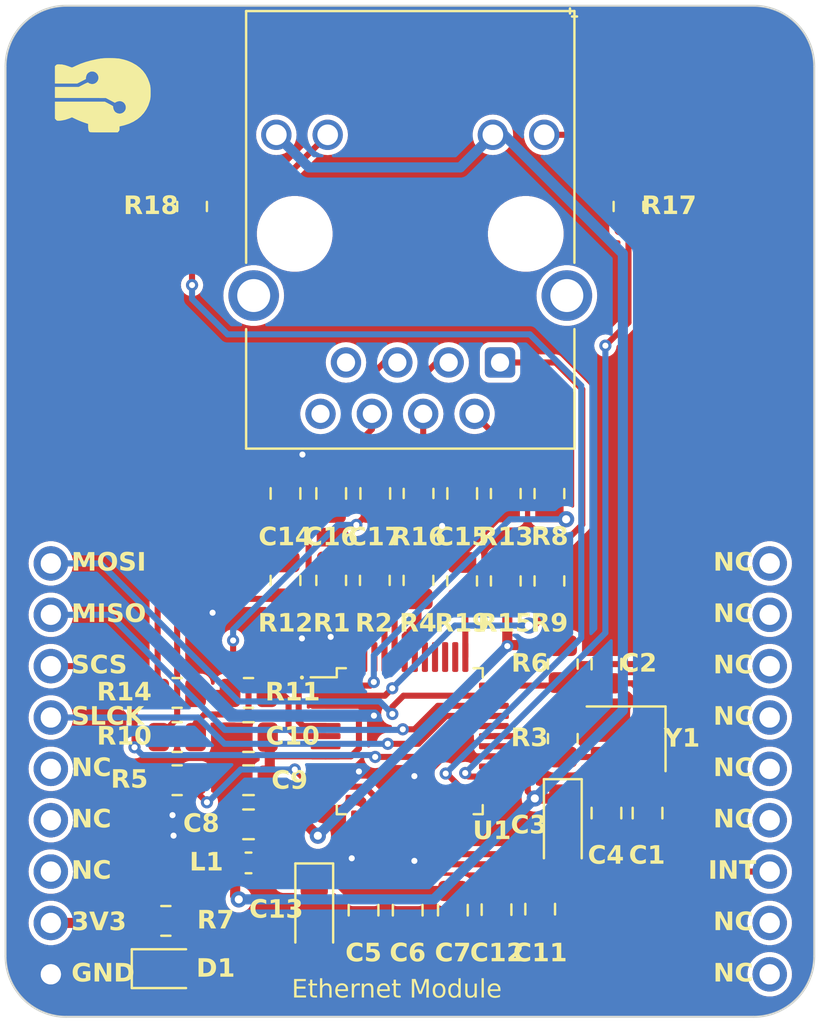
<source format=kicad_pcb>
(kicad_pcb (version 20240108) (generator "pcbnew") (generator_version "8.0")
  (layers (0 "F.Cu" signal) (31 "B.Cu" signal) (34 "B.Paste" user) (35 "F.Paste" user) (36 "B.SilkS" user "B.Silkscreen") (37 "F.SilkS" user "F.Silkscreen") (38 "B.Mask" user) (39 "F.Mask" user) (44 "Edge.Cuts" user))
  (net 0 "")
  (net 1 "GND")
  (net 2 "Net-(U1-XI{slash}CLKIN)")
  (net 3 "Net-(U1-XO)")
  (net 4 "+3V3")
  (net 5 "+3.3VA")
  (net 6 "Net-(U1-1V2O)")
  (net 7 "Net-(U1-TOCAP)")
  (net 8 "RJ5")
  (net 9 "Net-(C15-Pad2)")
  (net 10 "Net-(C16-Pad1)")
  (net 11 "Net-(C16-Pad2)")
  (net 12 "Net-(C17-Pad1)")
  (net 13 "RJ1")
  (net 14 "RJ2")
  (net 17 "Net-(J1-Pad9)")
  (net 18 "Net-(J1-Pad11)")
  (net 19 "Net-(U1-PMODE0)")
  (net 20 "Net-(U1-PMODE1)")
  (net 21 "Net-(U1-PMODE2)")
  (net 22 "Net-(U1-EXRES1)")
  (net 23 "INT")
  (net 24 "Net-(U1-TXN)")
  (net 25 "Net-(U1-TXP)")
  (net 26 "Net-(U1-RXN)")
  (net 27 "Net-(U1-RXP)")
  (net 28 "ACTLED")
  (net 29 "LINKLED")
  (net 30 "RST")
  (net 37 "SCS")
  (net 38 "SLCK")
  (net 39 "MISO")
  (net 40 "MOSI")
  (net 48 "Net-(D1-A)")
  (net 49 "Net-(C17-Pad2)")
  (footprint "Capacitor_SMD:C_0805_2012Metric" (layer "F.Cu") (at 83.0072 85.677216 -90)
    (property "Reference" "C11")
    (property "Value" "4.7uF" (hide yes))
  )
  (footprint "Package_QFP:LQFP-48_7x7mm_P0.5mm" (layer "F.Cu") (at 76.5556 77.371416)
    (property "Reference" "U1")
    (property "Value" "W5500" (hide yes))
  )
  (footprint "Capacitor_SMD:C_0805_2012Metric" (layer "F.Cu") (at 86.2857 73.559516 -90)
    (property "Reference" "C2")
    (property "Value" "10pF" (hide yes))
  )
  (footprint "Capacitor_SMD:C_0805_2012Metric" (layer "F.Cu") (at 74.85 65.12 -90)
    (property "Reference" "C17")
    (property "Value" "6.8nF" (hide yes))
  )
  (footprint "Resistor_SMD:R_0805_2012Metric" (layer "F.Cu") (at 70.4088 69.4201 90)
    (property "Reference" "R12")
    (property "Value" "50R" (hide yes))
  )
  (footprint "Resistor_SMD:R_0805_2012Metric" (layer "F.Cu") (at 83.4644 65.1256 -90)
    (property "Reference" "R8")
    (property "Value" "33R" (hide yes))
  )
  (footprint "Resistor_SMD:R_0805_2012Metric" (layer "F.Cu") (at 74.8284 69.4182 -90)
    (property "Reference" "R2")
    (property "Value" "10K" (hide yes))
  )
  (footprint "Capacitor_SMD:C_0805_2012Metric" (layer "F.Cu") (at 68.58 81.4832 180)
    (property "Reference" "C8")
    (property "Value" "1uF" (hide yes))
  )
  (footprint "Resistor_SMD:R_0805_2012Metric" (layer "F.Cu") (at 64.4906 86.2584)
    (property "Reference" "R7")
    (property "Value" "470r")
  )
  (footprint "Capacitor_SMD:C_0805_2012Metric" (layer "F.Cu") (at 68.58 79.301816 180)
    (property "Reference" "C9")
    (property "Value" "1uF" (hide yes))
  )
  (footprint "Resistor_SMD:R_0805_2012Metric" (layer "F.Cu") (at 76.9874 69.4182 -90)
    (property "Reference" "R4")
    (property "Value" "10K" (hide yes))
  )
  (footprint "air_module:air__module" (layer "F.Cu") (at 77.761246 85.060478)
    (property "Reference" "U3" (hide yes))
    (property "Value" "~")
    (fp_line (start -21.19868 2.94132) (end -21.19868 -41.05868) (stroke (width 0.1)) (layer "Edge.Cuts"))
    (fp_line (start -18.19868 -44.05868) (end 15.80132 -44.05868) (stroke (width 0.1)) (layer "Edge.Cuts"))
    (fp_line (start 15.80132 5.94132) (end -18.19868 5.94132) (stroke (width 0.1)) (layer "Edge.Cuts"))
    (fp_line (start 18.80132 -41.05868) (end 18.80132 2.94132) (stroke (width 0.1)) (layer "Edge.Cuts"))
    (fp_arc (start -21.19868 -41.05868) (mid -20.32 -43.18) (end -18.19868 -44.05868) (stroke (width 0.1)) (layer "Edge.Cuts"))
    (fp_arc (start -18.19868 5.94132) (mid -20.32 5.06264) (end -21.19868 2.94132) (stroke (width 0.1)) (layer "Edge.Cuts"))
    (fp_arc (start 15.80132 -44.05868) (mid 17.922626 -43.179986) (end 18.80132 -41.05868) (stroke (width 0.1)) (layer "Edge.Cuts"))
    (fp_arc (start 18.80132 2.94132) (mid 17.92264 5.06264) (end 15.80132 5.94132) (stroke (width 0.1)) (layer "Edge.Cuts"))
  )
  (footprint "Capacitor_Tantalum_SMD:CP_EIA-3216-10_Kemet-I" (layer "F.Cu") (at 84.1267 81.560516 -90)
    (property "Reference" "C3")
    (property "Value" "10uF" (hide yes))
  )
  (footprint "Resistor_SMD:R_0805_2012Metric" (layer "F.Cu") (at 81.3054 65.1256 90)
    (property "Reference" "R13")
    (property "Value" "50R" (hide yes))
  )
  (footprint "Capacitor_SMD:C_0603_1608Metric" (layer "F.Cu") (at 68.58 83.391216 180)
    (property "Reference" "L1")
    (property "Value" "L_Ferrite" (hide yes))
  )
  (footprint "Capacitor_Tantalum_SMD:CP_EIA-3216-10_Kemet-I" (layer "F.Cu") (at 71.8312 85.728016 -90)
    (property "Reference" "C13")
    (property "Value" "10uF" (hide yes))
  )
  (footprint "Resistor_SMD:R_0805_2012Metric" (layer "F.Cu") (at 87.376 50.927 -90)
    (property "Reference" "R17")
    (property "Value" "2.2K" (hide yes))
  )
  (footprint "Capacitor_SMD:C_0805_2012Metric" (layer "F.Cu") (at 78.6892 85.728016 -90)
    (property "Reference" "C7")
    (property "Value" "1uF" (hide yes))
  )
  (footprint "Resistor_SMD:R_0805_2012Metric" (layer "F.Cu") (at 65.786 50.927 -90)
    (property "Reference" "R18")
    (property "Value" "2.2K" (hide yes))
  )
  (footprint "Resistor_SMD:R_0805_2012Metric" (layer "F.Cu") (at 84.1267 73.559516 -90)
    (property "Reference" "R6")
    (property "Value" "10K" (hide yes))
  )
  (footprint "LED_SMD:LED_0805_2012Metric" (layer "F.Cu") (at 64.4906 88.6206)
    (property "Reference" "D1")
    (property "Value" "LED")
  )
  (footprint "Capacitor_SMD:C_0805_2012Metric" (layer "F.Cu") (at 70.4088 65.12 -90)
    (property "Reference" "C14")
    (property "Value" "10nF" (hide yes))
  )
  (footprint "Resistor_SMD:R_0805_2012Metric" (layer "F.Cu") (at 81.3054 69.4455 90)
    (property "Reference" "R15")
    (property "Value" "50R" (hide yes))
  )
  (footprint "Resistor_SMD:R_0805_2012Metric" (layer "F.Cu") (at 79.1464 69.4455 -90)
    (property "Reference" "R19")
    (property "Value" "10K" (hide yes))
  )
  (footprint "Connector_RJ:RJ45_Hanrun_HR911105A" (layer "F.Cu") (at 81.021 58.6425 180)
    (property "Reference" "J1" (hide yes))
    (property "Value" "RJ45_LED" (hide yes))
  )
  (footprint "Resistor_SMD:R_0805_2012Metric" (layer "F.Cu") (at 65.0494 74.983816 180)
    (property "Reference" "R14")
    (property "Value" "50R" (hide yes))
  )
  (footprint "Capacitor_SMD:C_0805_2012Metric" (layer "F.Cu") (at 86.2857 80.925516 -90)
    (property "Reference" "C4")
    (property "Value" "100nF" (hide yes))
  )
  (footprint "Resistor_SMD:R_0805_2012Metric" (layer "F.Cu") (at 65.0494 79.301816 180)
    (property "Reference" "R5")
    (property "Value" "12.4K" (hide yes))
  )
  (footprint "Crystal:Crystal_SMD_EuroQuartz_MT-4Pin_3.2x2.5mm" (layer "F.Cu") (at 87.2587 77.253516 180)
    (property "Reference" "Y1")
    (property "Value" "Crystal_GND24" (hide yes))
  )
  (footprint "Resistor_SMD:R_0805_2012Metric" (layer "F.Cu") (at 76.9914 65.12 90)
    (property "Reference" "R16")
    (property "Value" "10R" (hide yes))
  )
  (footprint "Resistor_SMD:R_0805_2012Metric" (layer "F.Cu") (at 65.0494 77.168216)
    (property "Reference" "R10")
    (property "Value" "33R" (hide yes))
  )
  (footprint "Resistor_SMD:R_0805_2012Metric" (layer "F.Cu") (at 68.58 74.983816)
    (property "Reference" "R11")
    (property "Value" "33R" (hide yes))
  )
  (footprint "Capacitor_SMD:C_0805_2012Metric" (layer "F.Cu") (at 80.8482 85.702616 -90)
    (property "Reference" "C12")
    (property "Value" "10nF" (hide yes))
  )
  (footprint "Resistor_SMD:R_0805_2012Metric" (layer "F.Cu") (at 83.4644 69.4455 90)
    (property "Reference" "R9")
    (property "Value" "33R" (hide yes))
  )
  (footprint "Resistor_SMD:R_0805_2012Metric" (layer "F.Cu") (at 84.1267 77.242516 90)
    (property "Reference" "R3")
    (property "Value" "1M" (hide yes))
  )
  (footprint "Capacitor_SMD:C_0805_2012Metric" (layer "F.Cu") (at 88.3177 80.925516 90)
    (property "Reference" "C1")
    (property "Value" "10pF" (hide yes))
  )
  (footprint "Resistor_SMD:R_0805_2012Metric" (layer "F.Cu") (at 72.6694 69.4182 90)
    (property "Reference" "R1")
    (property "Value" "10K" (hide yes))
  )
  (footprint "Capacitor_SMD:C_0805_2012Metric" (layer "F.Cu") (at 72.67 65.12 -90)
    (property "Reference" "C16")
    (property "Value" "6.8nF" (hide yes))
  )
  (footprint "Capacitor_SMD:C_0805_2012Metric" (layer "F.Cu") (at 68.58 77.168216 180)
    (property "Reference" "C10")
    (property "Value" "1uF" (hide yes))
  )
  (footprint "Capacitor_SMD:C_0805_2012Metric" (layer "F.Cu") (at 74.2696 85.728016 -90)
    (property "Reference" "C5")
    (property "Value" "1uF" (hide yes))
  )
  (footprint "Capacitor_SMD:C_0805_2012Metric" (layer "F.Cu") (at 76.454 85.728016 -90)
    (property "Reference" "C6")
    (property "Value" "1uF" (hide yes))
  )
  (footprint "Capacitor_SMD:C_0805_2012Metric" (layer "F.Cu") (at 79.15 65.12 90)
    (property "Reference" "C15")
    (property "Value" "22nF" (hide yes))
  )
  (segment (start 76.7842 79.098616) (end 76.091693 79.098616) (width 0.3) (layer "F.Cu") (net 1))
  (segment (start 77.287361 79.098616) (end 78.264561 78.121416) (width 0.3) (layer "F.Cu") (net 1))
  (segment (start 86.1587 76.353516) (end 86.5587 76.353516) (width 0.3) (layer "F.Cu") (net 1))
  (segment (start 73.7924 78.621416) (end 72.3931 78.621416) (width 0.3) (layer "F.Cu") (net 1))
  (segment (start 75.3056 79.884709) (end 75.3056 81.533916) (width 0.3) (layer "F.Cu") (net 1))
  (segment (start 78.264561 78.121416) (end 80.7181 78.121416) (width 0.3) (layer "F.Cu") (net 1))
  (segment (start 86.5587 76.353516) (end 88.3587 78.153516) (width 0.3) (layer "F.Cu") (net 1))
  (segment (start 76.091693 79.098616) (end 75.3056 79.884709) (width 0.3) (layer "F.Cu") (net 1))
  (segment (start 76.8056 83.268216) (end 76.7842 83.289616) (width 0.3) (layer "F.Cu") (net 1))
  (segment (start 72.3931 75.621416) (end 74.580016 75.621416) (width 0.3) (layer "F.Cu") (net 1))
  (segment (start 72.9265 72.4947) (end 72.644 72.2122) (width 0.3) (layer "F.Cu") (net 1))
  (segment (start 74.3056 82.542416) (end 73.6854 83.162616) (width 0.3) (layer "F.Cu") (net 1))
  (segment (start 88.2343 78.153516) (end 88.3587 78.153516) (width 0.3) (layer "F.Cu") (net 1))
  (segment (start 74.580016 75.621416) (end 74.676 75.7174) (width 0.3) (layer "F.Cu") (net 1))
  (segment (start 73.8056 72.4947) (end 72.9265 72.4947) (width 0.3) (layer "F.Cu") (net 1))
  (segment (start 74.041 78.870016) (end 73.7924 78.621416) (width 0.3) (layer "F.Cu") (net 1))
  (segment (start 76.7842 79.098616) (end 77.287361 79.098616) (width 0.3) (layer "F.Cu") (net 1))
  (segment (start 74.3056 81.533916) (end 74.3056 82.542416) (width 0.3) (layer "F.Cu") (net 1))
  (segment (start 76.8056 81.533916) (end 76.8056 83.268216) (width 0.3) (layer "F.Cu") (net 1))
  (via (at 73.6854 83.162616) (size 0.6) (drill 0.3) (layers "F.Cu" "B.Cu") (net 1))
  (via (at 71.2216 72.2884) (size 0.6) (drill 0.3) (layers "F.Cu" "B.Cu") (net 1))
  (via (at 72.644 72.2122) (size 0.6) (drill 0.3) (layers "F.Cu" "B.Cu") (net 1))
  (via (at 71.247 63.1952) (size 0.6) (drill 0.3) (layers "F.Cu" "B.Cu") (net 1))
  (via (at 76.7842 79.098616) (size 0.6) (drill 0.3) (layers "F.Cu" "B.Cu") (net 1))
  (via (at 76.7842 83.289616) (size 0.6) (drill 0.3) (layers "F.Cu" "B.Cu") (net 1))
  (via (at 66.802 71.0184) (size 0.6) (drill 0.3) (layers "F.Cu" "B.Cu") (net 1))
  (via (at 64.8208 81.029016) (size 0.6) (drill 0.3) (layers "F.Cu" "B.Cu") (net 1))
  (via (at 78.1558 66.7258) (size 0.6) (drill 0.3) (layers "F.Cu" "B.Cu") (net 1))
  (via (at 74.783573 76.106989) (size 0.6) (drill 0.3) (layers "F.Cu" "B.Cu") (net 1))
  (via (at 64.8716 82.042) (size 0.6) (drill 0.3) (layers "F.Cu" "B.Cu") (net 1))
  (via (at 74.041 78.870016) (size 0.6) (drill 0.3) (layers "F.Cu" "B.Cu") (net 1))
  (segment (start 80.7181 77.621416) (end 82.7276 77.621416) (width 0.3) (layer "F.Cu") (net 2))
  (segment (start 83.2597 78.153516) (end 86.1587 78.153516) (width 0.3) (layer "F.Cu") (net 2))
  (segment (start 86.1587 78.153516) (end 87.9807 79.975516) (width 0.3) (layer "F.Cu") (net 2))
  (segment (start 87.9807 79.975516) (end 88.3177 79.975516) (width 0.3) (layer "F.Cu") (net 2))
  (segment (start 82.7276 77.621416) (end 83.2597 78.153516) (width 0.3) (layer "F.Cu") (net 2))
  (segment (start 88.3587 76.353516) (end 88.3587 75.3031) (width 0.3) (layer "F.Cu") (net 3))
  (segment (start 83.3353 77.121416) (end 84.1267 76.330016) (width 0.3) (layer "F.Cu") (net 3))
  (segment (start 80.7181 77.121416) (end 83.3353 77.121416) (width 0.3) (layer "F.Cu") (net 3))
  (segment (start 84.1502 76.330016) (end 84.1267 76.330016) (width 0.3) (layer "F.Cu") (net 3))
  (segment (start 88.3587 75.3031) (end 87.565116 74.509516) (width 0.3) (layer "F.Cu") (net 3))
  (segment (start 86.0317 74.448516) (end 84.1502 76.330016) (width 0.3) (layer "F.Cu") (net 3))
  (segment (start 87.565116 74.509516) (end 86.2857 74.509516) (width 0.3) (layer "F.Cu") (net 3))
  (segment (start 58.859332 86.3581) (end 63.5762 86.3581) (width 0.5) (layer "F.Cu") (net 4))
  (segment (start 84.3617 79.975516) (end 84.1267 80.210516) (width 0.3) (layer "F.Cu") (net 4))
  (segment (start 64.8462 83.391216) (end 67.805 83.391216) (width 0.5) (layer "F.Cu") (net 4))
  (segment (start 82.742008 80.202008) (end 82.750516 80.210516) (width 0.5) (layer "F.Cu") (net 4))
  (segment (start 63.5762 84.661216) (end 64.8462 83.391216) (width 0.5) (layer "F.Cu") (net 4))
  (segment (start 58.829634 86.328402) (end 58.859332 86.3581) (width 0.5) (layer "F.Cu") (net 4))
  (segment (start 86.2857 79.975516) (end 84.3617 79.975516) (width 0.5) (layer "F.Cu") (net 4))
  (segment (start 67.805 83.391216) (end 67.9196 83.505816) (width 0.5) (layer "F.Cu") (net 4))
  (segment (start 81.9641 78.621416) (end 82.3936 79.050916) (width 0.3) (layer "F.Cu") (net 4))
  (segment (start 67.9196 83.505816) (end 67.9196 85.016816) (width 0.5) (layer "F.Cu") (net 4))
  (segment (start 82.750516 80.210516) (end 84.1267 80.210516) (width 0.5) (layer "F.Cu") (net 4))
  (segment (start 67.9196 85.016816) (end 68.0974 85.194616) (width 0.5) (layer "F.Cu") (net 4))
  (segment (start 63.5762 86.3581) (end 63.5762 84.661216) (width 0.5) (layer "F.Cu") (net 4))
  (segment (start 82.3936 79.050916) (end 82.3936 79.8536) (width 0.3) (layer "F.Cu") (net 4))
  (segment (start 80.7181 78.621416) (end 81.9641 78.621416) (width 0.3) (layer "F.Cu") (net 4))
  (segment (start 82.3936 79.8536) (end 82.750516 80.210516) (width 0.3) (layer "F.Cu") (net 4))
  (via (at 82.742008 80.202008) (size 0.8) (drill 0.4) (layers "F.Cu" "B.Cu") (net 4))
  (via (at 68.0974 85.194616) (size 0.8) (drill 0.4) (layers "F.Cu" "B.Cu") (net 4))
  (segment (start 87.0966 75.847416) (end 87.0966 53.978016) (width 0.5) (layer "B.Cu") (net 4))
  (segment (start 80.666 47.3825) (end 79.0519 48.9966) (width 0.5) (layer "B.Cu") (net 4))
  (segment (start 87.0966 53.978016) (end 87.0966 53.2638) (width 0.5) (layer "B.Cu") (net 4))
  (segment (start 81.2153 47.3825) (end 80.666 47.3825) (width 0.5) (layer "B.Cu") (net 4))
  (segment (start 79.0519 48.9966) (end 71.5701 48.9966) (width 0.5) (layer "B.Cu") (net 4))
  (segment (start 87.0966 53.2638) (end 81.2153 47.3825) (width 0.5) (layer "B.Cu") (net 4))
  (segment (start 82.742008 80.202008) (end 87.0966 75.847416) (width 0.5) (layer "B.Cu") (net 4))
  (segment (start 82.742008 80.202008) (end 77.7494 85.194616) (width 0.5) (layer "B.Cu") (net 4))
  (segment (start 77.7494 85.194616) (end 68.0974 85.194616) (width 0.5) (layer "B.Cu") (net 4))
  (segment (start 71.5701 48.9966) (end 69.956 47.3825) (width 0.5) (layer "B.Cu") (net 4))
  (segment (start 75.8056 83.327016) (end 76.454 83.975416) (width 0.3) (layer "F.Cu") (net 5))
  (segment (start 70.5358 80.241616) (end 70.5358 81.486216) (width 0.3) (layer "F.Cu") (net 5))
  (segment (start 69.53 77.168216) (end 69.6316 77.168216) (width 0.3) (layer "F.Cu") (net 5))
  (segment (start 71.8312 84.378016) (end 72.056 84.153216) (width 0.3) (layer "F.Cu") (net 5))
  (segment (start 69.355 83.391216) (end 70.3418 84.378016) (width 0.5) (layer "F.Cu") (net 5))
  (segment (start 69.6316 82.541105) (end 69.355 82.817705) (width 0.5) (layer "F.Cu") (net 5))
  (segment (start 81.3816 72.6694) (end 81.3816 70.5866) (width 0.5) (layer "F.Cu") (net 5))
  (segment (start 72.3931 78.121416) (end 69.724216 78.121416) (width 0.3) (layer "F.Cu") (net 5))
  (segment (start 77.8056 80.272416) (end 77.4446 79.911416) (width 0.3) (layer "F.Cu") (net 5))
  (segment (start 74.2696 83.696016) (end 74.2696 84.778016) (width 0.3) (layer "F.Cu") (net 5))
  (segment (start 78.8056 80.104016) (end 78.613 79.911416) (width 0.3) (layer "F.Cu") (net 5))
  (segment (start 76.9914 68.5017) (end 76.9874 68.5057) (width 0.5) (layer "F.Cu") (net 5))
  (segment (start 79.1464 68.0212) (end 81.1295 66.0381) (width 0.5) (layer "F.Cu") (net 5))
  (segment (start 75.8056 81.533916) (end 75.8056 83.327016) (width 0.3) (layer "F.Cu") (net 5))
  (segment (start 72.7183 68.5546) (end 72.6694 68.5057) (width 0.5) (layer "F.Cu") (net 5))
  (segment (start 77.4446 79.911416) (end 76.1238 79.911416) (width 0.3) (layer "F.Cu") (net 5))
  (segment (start 70.3418 84.378016) (end 71.8312 84.378016) (width 0.5) (layer "F.Cu") (net 5))
  (segment (start 69.724216 78.121416) (end 69.53 77.9272) (width 0.3) (layer "F.Cu") (net 5))
  (segment (start 79.3496 68.5546) (end 72.7183 68.5546) (width 0.5) (layer "F.Cu") (net 5))
  (segment (start 79.1464 68.533) (end 79.1464 68.0212) (width 0.5) (layer "F.Cu") (net 5))
  (segment (start 73.6466 78.121416) (end 72.3931 78.121416) (width 0.3) (layer "F.Cu") (net 5))
  (segment (start 69.53 77.9272) (end 69.53 77.168216) (width 0.3) (layer "F.Cu") (net 5))
  (segment (start 74.8056 83.160016) (end 74.8056 81.533916) (width 0.3) (layer "F.Cu") (net 5))
  (segment (start 70.5358 81.486216) (end 69.6316 81.486216) (width 0.5) (layer "F.Cu") (net 5))
  (segment (start 69.6316 81.486216) (end 69.6316 77.168216) (width 0.5) (layer "F.Cu") (net 5))
  (segment (start 74.3352 79.621416) (end 74.8056 80.091816) (width 0.3) (layer "F.Cu") (net 5))
  (segment (start 74.041 76.355416) (end 74.041 77.727016) (width 0.3) (layer "F.Cu") (net 5))
  (segment (start 74.041 77.727016) (end 73.6466 78.121416) (width 0.3) (layer "F.Cu") (net 5))
  (segment (start 81.3816 72.6694) (end 81.4324 72.6186) (width 0.5) (layer "F.Cu") (net 5))
  (segment (start 75.8056 80.229616) (end 75.8056 81.533916) (width 0.3) (layer "F.Cu") (net 5))
  (segment (start 81.3816 70.5866) (end 79.3496 68.5546) (width 0.5) (layer "F.Cu") (net 5))
  (segment (start 72.3931 76.121416) (end 73.807 76.121416) (width 0.3) (layer "F.Cu") (net 5))
  (segment (start 78.8056 81.533916) (end 78.8056 80.104016) (width 0.3) (layer "F.Cu") (net 5))
  (segment (start 74.2696 83.696016) (end 74.8056 83.160016) (width 0.3) (layer "F.Cu") (net 5))
  (segment (start 76.454 83.975416) (end 76.454 84.778016) (width 0.3) (layer "F.Cu") (net 5))
  (segment (start 78.613 79.911416) (end 77.4446 79.911416) (width 0.3) (layer "F.Cu") (net 5))
  (segment (start 71.4502 81.486216) (end 70.5358 81.486216) (width 0.5) (layer "F.Cu") (net 5))
  (segment (start 76.9914 66.0077) (end 76.9914 68.5017) (width 0.5) (layer "F.Cu") (net 5))
  (segment (start 72.3931 79.621416) (end 74.3352 79.621416) (width 0.3) (layer "F.Cu") (net 5))
  (segment (start 69.6316 81.486216) (end 69.6316 82.541105) (width 0.5) (layer "F.Cu") (net 5))
  (segment (start 81.4324 72.6186) (end 84.098284 72.6186) (width 0.5) (layer "F.Cu") (net 5))
  (segment (start 73.4504 84.778016) (end 73.0504 84.378016) (width 0.5) (layer "F.Cu") (net 5))
  (segment (start 74.2696 84.778016) (end 73.4504 84.778016) (width 0.5) (layer "F.Cu") (net 5))
  (segment (start 77.8056 81.533916) (end 77.8056 80.272416) (width 0.3) (layer "F.Cu") (net 5))
  (segment (start 81.1295 66.0381) (end 81.3054 66.0381) (width 0.5) (layer "F.Cu") (net 5))
  (segment (start 72.009 82.045016) (end 71.4502 81.486216) (width 0.5) (layer "F.Cu") (net 5))
  (segment (start 73.0504 84.378016) (end 71.8312 84.378016) (width 0.5) (layer "F.Cu") (net 5))
  (segment (start 73.807 76.121416) (end 74.041 76.355416) (width 0.3) (layer "F.Cu") (net 5))
  (segment (start 84.098284 72.6186) (end 84.1267 72.647016) (width 0.5) (layer "F.Cu") (net 5))
  (segment (start 69.355 82.817705) (end 69.355 83.391216) (width 0.5) (layer "F.Cu") (net 5))
  (segment (start 76.1238 79.911416) (end 75.8056 80.229616) (width 0.3) (layer "F.Cu") (net 5))
  (segment (start 72.3931 79.621416) (end 71.156 79.621416) (width 0.3) (layer "F.Cu") (net 5))
  (segment (start 78.6892 84.778016) (end 74.2696 84.778016) (width 0.5) (layer "F.Cu") (net 5))
  (segment (start 71.156 79.621416) (end 70.5358 80.241616) (width 0.3) (layer "F.Cu") (net 5))
  (segment (start 74.8056 80.091816) (end 74.8056 81.533916) (width 0.3) (layer "F.Cu") (net 5))
  (via (at 81.3816 72.6694) (size 0.6) (drill 0.3) (layers "F.Cu" "B.Cu") (net 5))
  (via (at 72.009 82.045016) (size 0.8) (drill 0.4) (layers "F.Cu" "B.Cu") (net 5))
  (segment (start 81.3816 72.6694) (end 81.3816 72.672416) (width 0.5) (layer "B.Cu") (net 5))
  (segment (start 81.3816 72.672416) (end 72.009 82.045016) (width 0.5) (layer "B.Cu") (net 5))
  (segment (start 82.197416 82.959416) (end 83.0072 83.7692) (width 0.3) (layer "F.Cu") (net 6))
  (segment (start 78.613 82.959416) (end 82.197416 82.959416) (width 0.3) (layer "F.Cu") (net 6))
  (segment (start 83.0072 83.7692) (end 83.0072 84.727216) (width 0.3) (layer "F.Cu") (net 6))
  (segment (start 78.3056 82.652016) (end 78.613 82.959416) (width 0.3) (layer "F.Cu") (net 6))
  (segment (start 78.3056 81.533916) (end 78.3056 82.652016) (width 0.3) (layer "F.Cu") (net 6))
  (segment (start 80.4338 83.459416) (end 77.9954 83.459416) (width 0.3) (layer "F.Cu") (net 7))
  (segment (start 77.9954 83.459416) (end 77.3056 82.769616) (width 0.3) (layer "F.Cu") (net 7))
  (segment (start 80.8482 83.873816) (end 80.4338 83.459416) (width 0.3) (layer "F.Cu") (net 7))
  (segment (start 80.8482 84.752616) (end 80.8482 83.873816) (width 0.3) (layer "F.Cu") (net 7))
  (segment (start 77.3056 82.769616) (end 77.3056 81.533916) (width 0.3) (layer "F.Cu") (net 7))
  (segment (start 75.2917 58.6425) (end 75.941 58.6425) (width 0.3) (layer "F.Cu") (net 8))
  (segment (start 70.4088 66.07) (end 69.372 66.07) (width 0.3) (layer "F.Cu") (net 8))
  (segment (start 69.372 66.07) (end 69.088 65.786) (width 0.3) (layer "F.Cu") (net 8))
  (segment (start 73.406 60.5282) (end 75.2917 58.6425) (width 0.3) (layer "F.Cu") (net 8))
  (segment (start 69.088 63.1698) (end 69.7992 62.4586) (width 0.3) (layer "F.Cu") (net 8))
  (segment (start 73.406 62.1284) (end 73.406 60.5282) (width 0.3) (layer "F.Cu") (net 8))
  (segment (start 64.1369 74.2696) (end 64.0842 74.2169) (width 0.3) (layer "F.Cu") (net 8))
  (segment (start 69.088 65.786) (end 69.088 63.1698) (width 0.3) (layer "F.Cu") (net 8))
  (segment (start 70.4088 68.5076) (end 70.4088 66.07) (width 0.3) (layer "F.Cu") (net 8))
  (segment (start 64.0842 69.2404) (end 64.817 68.5076) (width 0.3) (layer "F.Cu") (net 8))
  (segment (start 69.7992 62.4586) (end 73.0758 62.4586) (width 0.3) (layer "F.Cu") (net 8))
  (segment (start 64.0842 74.2169) (end 64.0842 69.2404) (width 0.3) (layer "F.Cu") (net 8))
  (segment (start 73.0758 62.4586) (end 73.406 62.1284) (width 0.3) (layer "F.Cu") (net 8))
  (segment (start 64.817 68.5076) (end 70.4088 68.5076) (width 0.3) (layer "F.Cu") (net 8))
  (segment (start 77.221 63.9531) (end 76.9914 64.1827) (width 0.3) (layer "F.Cu") (net 9))
  (segment (start 77.221 61.1825) (end 77.221 63.9531) (width 0.3) (layer "F.Cu") (net 9))
  (segment (start 79.1383 64.1827) (end 79.1504 64.1706) (width 0.3) (layer "F.Cu") (net 9))
  (segment (start 76.9914 64.1827) (end 79.1383 64.1827) (width 0.3) (layer "F.Cu") (net 9))
  (segment (start 72.6734 64.196) (end 72.6734 63.9532) (width 0.3) (layer "F.Cu") (net 10))
  (segment (start 72.6734 63.9532) (end 74.681 61.9456) (width 0.3) (layer "F.Cu") (net 10))
  (segment (start 74.681 61.9456) (end 74.681 61.1825) (width 0.3) (layer "F.Cu") (net 10))
  (segment (start 66.0654 70.3326) (end 70.739 70.3326) (width 0.3) (layer "F.Cu") (net 11))
  (segment (start 70.739 70.3326) (end 71.5518 69.5198) (width 0.3) (layer "F.Cu") (net 11))
  (segment (start 71.953 66.096) (end 72.6734 66.096) (width 0.3) (layer "F.Cu") (net 11))
  (segment (start 65.0494 71.3486) (end 66.0654 70.3326) (width 0.3) (layer "F.Cu") (net 11))
  (segment (start 64.1369 77.168216) (end 65.0494 76.255716) (width 0.3) (layer "F.Cu") (net 11))
  (segment (start 65.0494 76.255716) (end 65.0494 71.3486) (width 0.3) (layer "F.Cu") (net 11))
  (segment (start 71.5518 69.5198) (end 71.5518 66.4972) (width 0.3) (layer "F.Cu") (net 11))
  (segment (start 71.5518 66.4972) (end 71.953 66.096) (width 0.3) (layer "F.Cu") (net 11))
  (segment (start 75.9206 62.4586) (end 74.8578 63.5214) (width 0.3) (layer "F.Cu") (net 12))
  (segment (start 75.9206 60.6044) (end 75.9206 62.4586) (width 0.3) (layer "F.Cu") (net 12))
  (segment (start 78.481 58.6425) (end 77.8825 58.6425) (width 0.3) (layer "F.Cu") (net 12))
  (segment (start 74.8578 63.5214) (end 74.8578 64.196) (width 0.3) (layer "F.Cu") (net 12))
  (segment (start 77.8825 58.6425) (end 75.9206 60.6044) (width 0.3) (layer "F.Cu") (net 12))
  (segment (start 81.3054 68.533) (end 83.212961 68.533) (width 0.3) (layer "F.Cu") (net 13))
  (segment (start 83.212961 68.533) (end 85.09 66.655961) (width 0.3) (layer "F.Cu") (net 13))
  (segment (start 85.09 59.9694) (end 83.7631 58.6425) (width 0.3) (layer "F.Cu") (net 13))
  (segment (start 83.7631 58.6425) (end 81.021 58.6425) (width 0.3) (layer "F.Cu") (net 13))
  (segment (start 85.09 66.655961) (end 85.09 59.9694) (width 0.3) (layer "F.Cu") (net 13))
  (segment (start 81.3104 64.2081) (end 83.4684 64.2081) (width 0.3) (layer "F.Cu") (net 14))
  (segment (start 79.761 61.1825) (end 79.761 61.219) (width 0.3) (layer "F.Cu") (net 14))
  (segment (start 81.3054 62.7634) (end 81.3054 64.2131) (width 0.3) (layer "F.Cu") (net 14))
  (segment (start 81.3054 64.2131) (end 81.3104 64.2081) (width 0.3) (layer "F.Cu") (net 14))
  (segment (start 79.761 61.219) (end 81.3054 62.7634) (width 0.3) (layer "F.Cu") (net 14))
  (segment (start 83.206 47.3825) (end 86.3715 47.3825) (width 0.3) (layer "F.Cu") (net 17))
  (segment (start 86.3715 47.3825) (end 87.376 48.387) (width 0.3) (layer "F.Cu") (net 17))
  (segment (start 87.376 48.387) (end 87.376 50.0145) (width 0.3) (layer "F.Cu") (net 17))
  (segment (start 71.2375 48.641) (end 71.2375 48.6505) (width 0.3) (layer "F.Cu") (net 18))
  (segment (start 69.8735 50.0145) (end 65.786 50.0145) (width 0.3) (layer "F.Cu") (net 18))
  (segment (start 71.2375 48.6505) (end 69.8735 50.0145) (width 0.3) (layer "F.Cu") (net 18))
  (segment (start 72.496 47.3825) (end 71.2375 48.641) (width 0.3) (layer "F.Cu") (net 18))
  (segment (start 75.3056 71.8258) (end 75.3056 73.208916) (width 0.3) (layer "F.Cu") (net 19))
  (segment (start 74.9046 71.4248) (end 75.3056 71.8258) (width 0.3) (layer "F.Cu") (net 19))
  (segment (start 72.6694 70.3307) (end 73.7635 71.4248) (width 0.3) (layer "F.Cu") (net 19))
  (segment (start 72.6694 70.3072) (end 72.6694 70.3307) (width 0.3) (layer "F.Cu") (net 19))
  (segment (start 73.7635 71.4248) (end 74.9046 71.4248) (width 0.3) (layer "F.Cu") (net 19))
  (segment (start 75.8056 71.3079) (end 75.8056 73.208916) (width 0.3) (layer "F.Cu") (net 20))
  (segment (start 74.8284 70.3307) (end 75.8056 71.3079) (width 0.3) (layer "F.Cu") (net 20))
  (segment (start 76.9874 70.3307) (end 76.9874 71.4756) (width 0.3) (layer "F.Cu") (net 21))
  (segment (start 76.3056 72.1574) (end 76.3056 73.208916) (width 0.3) (layer "F.Cu") (net 21))
  (segment (start 76.9874 71.4756) (end 76.3056 72.1574) (width 0.3) (layer "F.Cu") (net 21))
  (segment (start 65.9619 79.833316) (end 66.5226 80.394016) (width 0.3) (layer "F.Cu") (net 22))
  (segment (start 70.866 78.770916) (end 71.2165 79.121416) (width 0.3) (layer "F.Cu") (net 22))
  (segment (start 71.2165 79.121416) (end 72.3931 79.121416) (width 0.3) (layer "F.Cu") (net 22))
  (segment (start 65.9619 79.301816) (end 65.9619 79.833316) (width 0.3) (layer "F.Cu") (net 22))
  (via (at 66.5226 80.394016) (size 0.6) (drill 0.3) (layers "F.Cu" "B.Cu") (net 22))
  (via (at 70.866 78.770916) (size 0.6) (drill 0.3) (layers "F.Cu" "B.Cu") (net 22))
  (segment (start 70.866 78.770916) (end 68.193484 78.770916) (width 0.3) (layer "B.Cu") (net 22))
  (segment (start 68.193484 78.770916) (end 66.570384 80.394016) (width 0.3) (layer "B.Cu") (net 22))
  (segment (start 66.570384 80.394016) (end 66.5226 80.394016) (width 0.3) (layer "B.Cu") (net 22))
  (segment (start 83.9773 74.621416) (end 84.1267 74.472016) (width 0.3) (layer "F.Cu") (net 23))
  (segment (start 90.8558 74.549) (end 90.8558 82.804) (width 0.3) (layer "F.Cu") (net 23))
  (segment (start 85.040316 73.5584) (end 89.8652 73.5584) (width 0.3) (layer "F.Cu") (net 23))
  (segment (start 91.8718 83.82) (end 94.361 83.82) (width 0.3) (layer "F.Cu") (net 23))
  (segment (start 90.8558 82.804) (end 91.8718 83.82) (width 0.3) (layer "F.Cu") (net 23))
  (segment (start 80.7181 74.621416) (end 83.9773 74.621416) (width 0.3) (layer "F.Cu") (net 23))
  (segment (start 84.1267 74.472016) (end 85.040316 73.5584) (width 0.3) (layer "F.Cu") (net 23))
  (segment (start 89.8652 73.5584) (end 90.8558 74.549) (width 0.3) (layer "F.Cu") (net 23))
  (segment (start 74.776807 74.445916) (end 74.601307 74.621416) (width 0.3) (layer "F.Cu") (net 24))
  (segment (start 74.601307 74.621416) (end 72.3931 74.621416) (width 0.3) (layer "F.Cu") (net 24))
  (segment (start 83.9322 66.0381) (end 84.2897 66.3956) (width 0.3) (layer "F.Cu") (net 24))
  (segment (start 83.4644 66.0381) (end 83.9322 66.0381) (width 0.3) (layer "F.Cu") (net 24))
  (via (at 84.2897 66.3956) (size 0.8) (drill 0.4) (layers "F.Cu" "B.Cu") (net 24))
  (via (at 74.776807 74.445916) (size 0.6) (drill 0.3) (layers "F.Cu" "B.Cu") (net 24))
  (segment (start 74.776807 74.445916) (end 74.776807 73.127393) (width 0.3) (layer "B.Cu") (net 24))
  (segment (start 74.776807 73.127393) (end 81.5086 66.3956) (width 0.3) (layer "B.Cu") (net 24))
  (segment (start 81.5086 66.3956) (end 84.2897 66.3956) (width 0.3) (layer "B.Cu") (net 24))
  (segment (start 75.3258 75.121416) (end 72.3931 75.121416) (width 0.3) (layer "F.Cu") (net 25))
  (segment (start 83.4644 70.9168) (end 83.4644 70.358) (width 0.3) (layer "F.Cu") (net 25))
  (segment (start 82.7278 71.6534) (end 83.4644 70.9168) (width 0.3) (layer "F.Cu") (net 25))
  (segment (start 82.4484 71.6534) (end 82.7278 71.6534) (width 0.3) (layer "F.Cu") (net 25))
  (segment (start 75.692 74.755216) (end 75.3258 75.121416) (width 0.3) (layer "F.Cu") (net 25))
  (via (at 82.4484 71.6534) (size 0.8) (drill 0.4) (layers "F.Cu" "B.Cu") (net 25))
  (via (at 75.692 74.755216) (size 0.6) (drill 0.3) (layers "F.Cu" "B.Cu") (net 25))
  (segment (start 82.4484 71.6534) (end 78.7908 71.6534) (width 0.3) (layer "B.Cu") (net 25))
  (segment (start 78.7908 71.6534) (end 75.692 74.7522) (width 0.3) (layer "B.Cu") (net 25))
  (segment (start 75.692 74.7522) (end 75.692 74.755216) (width 0.3) (layer "B.Cu") (net 25))
  (segment (start 68.58 74.298016) (end 69.116416 73.7616) (width 0.3) (layer "F.Cu") (net 26))
  (segment (start 68.58 75.833944) (end 68.58 74.298016) (width 0.3) (layer "F.Cu") (net 26))
  (segment (start 65.9619 76.484316) (end 66.3956 76.050616) (width 0.3) (layer "F.Cu") (net 26))
  (segment (start 70.358 73.7616) (end 71.0612 74.4648) (width 0.3) (layer "F.Cu") (net 26))
  (segment (start 71.282353 76.621416) (end 72.3931 76.621416) (width 0.3) (layer "F.Cu") (net 26))
  (segment (start 69.116416 73.7616) (end 70.358 73.7616) (width 0.3) (layer "F.Cu") (net 26))
  (segment (start 65.9619 77.168216) (end 65.9619 76.484316) (width 0.3) (layer "F.Cu") (net 26))
  (segment (start 71.0612 76.400263) (end 71.282353 76.621416) (width 0.3) (layer "F.Cu") (net 26))
  (segment (start 68.363328 76.050616) (end 68.58 75.833944) (width 0.3) (layer "F.Cu") (net 26))
  (segment (start 66.3956 76.050616) (end 68.363328 76.050616) (width 0.3) (layer "F.Cu") (net 26))
  (segment (start 71.0612 74.4648) (end 71.0612 76.400263) (width 0.3) (layer "F.Cu") (net 26))
  (segment (start 70.5612 75.339416) (end 70.2056 74.983816) (width 0.3) (layer "F.Cu") (net 27))
  (segment (start 70.8954 77.121416) (end 70.5612 76.787216) (width 0.3) (layer "F.Cu") (net 27))
  (segment (start 70.5612 76.787216) (end 70.5612 75.339416) (width 0.3) (layer "F.Cu") (net 27))
  (segment (start 72.3931 77.121416) (end 70.8954 77.121416) (width 0.3) (layer "F.Cu") (net 27))
  (segment (start 70.2056 74.983816) (end 69.5941 74.983816) (width 0.3) (layer "F.Cu") (net 27))
  (segment (start 87.376 56.6674) (end 87.376 51.8395) (width 0.3) (layer "F.Cu") (net 28))
  (segment (start 86.233 57.8104) (end 87.376 56.6674) (width 0.3) (layer "F.Cu") (net 28))
  (segment (start 79.474 79.121416) (end 79.2988 78.946216) (width 0.3) (layer "F.Cu") (net 28))
  (segment (start 80.7181 79.121416) (end 79.474 79.121416) (width 0.3) (layer "F.Cu") (net 28))
  (via (at 86.233 57.8104) (size 0.6) (drill 0.3) (layers "F.Cu" "B.Cu") (net 28))
  (via (at 79.2988 78.946216) (size 0.6) (drill 0.3) (layers "F.Cu" "B.Cu") (net 28))
  (segment (start 86.233 72.012016) (end 86.233 57.8104) (width 0.3) (layer "B.Cu") (net 28))
  (segment (start 79.2988 78.946216) (end 86.233 72.012016) (width 0.3) (layer "B.Cu") (net 28))
  (segment (start 79.530106 80.121416) (end 80.7181 80.121416) (width 0.3) (layer "F.Cu") (net 29))
  (segment (start 65.786 54.8132) (end 65.786 51.8395) (width 0.3) (layer "F.Cu") (net 29))
  (segment (start 78.380306 78.971616) (end 79.530106 80.121416) (width 0.3) (layer "F.Cu") (net 29))
  (segment (start 78.3336 78.971616) (end 78.380306 78.971616) (width 0.3) (layer "F.Cu") (net 29))
  (via (at 78.3336 78.971616) (size 0.6) (drill 0.3) (layers "F.Cu" "B.Cu") (net 29))
  (via (at 65.786 54.8132) (size 0.6) (drill 0.3) (layers "F.Cu" "B.Cu") (net 29))
  (segment (start 85.0397 71.5513) (end 85.0397 59.7921) (width 0.3) (layer "B.Cu") (net 29))
  (segment (start 78.3336 78.971616) (end 85.0397 72.265516) (width 0.3) (layer "B.Cu") (net 29))
  (segment (start 85.0397 59.7921) (end 82.4992 57.2516) (width 0.3) (layer "B.Cu") (net 29))
  (segment (start 67.5386 57.2516) (end 65.786 55.499) (width 0.3) (layer "B.Cu") (net 29))
  (segment (start 65.786 55.499) (end 65.786 54.8132) (width 0.3) (layer "B.Cu") (net 29))
  (segment (start 85.0397 72.265516) (end 85.0397 71.5513) (width 0.3) (layer "B.Cu") (net 29))
  (segment (start 82.4992 57.2516) (end 67.5386 57.2516) (width 0.3) (layer "B.Cu") (net 29))
  (segment (start 79.3056 70.5172) (end 79.1464 70.358) (width 0.3) (layer "F.Cu") (net 30))
  (segment (start 79.3056 73.208916) (end 79.3056 70.5172) (width 0.3) (layer "F.Cu") (net 30))
  (segment (start 60.7822 73.66) (end 58.801 73.66) (width 0.3) (layer "F.Cu") (net 37))
  (segment (start 74.844523 78.149539) (end 77.199877 78.149539) (width 0.3) (layer "F.Cu") (net 37))
  (segment (start 77.199877 78.149539) (end 78.728 76.621416) (width 0.3) (layer "F.Cu") (net 37))
  (segment (start 62.9412 77.6732) (end 62.9412 75.819) (width 0.3) (layer "F.Cu") (net 37))
  (segment (start 78.728 76.621416) (end 80.7181 76.621416) (width 0.3) (layer "F.Cu") (net 37))
  (segment (start 62.9412 75.819) (end 60.7822 73.66) (width 0.3) (layer "F.Cu") (net 37))
  (via (at 74.844523 78.149539) (size 0.6) (drill 0.3) (layers "F.Cu" "B.Cu") (net 37))
  (via (at 62.9412 77.6732) (size 0.6) (drill 0.3) (layers "F.Cu" "B.Cu") (net 37))
  (segment (start 63.325216 78.057216) (end 74.7522 78.057216) (width 0.3) (layer "B.Cu") (net 37))
  (segment (start 74.7522 78.057216) (end 74.844523 78.149539) (width 0.3) (layer "B.Cu") (net 37))
  (segment (start 62.9412 77.6732) (end 63.325216 78.057216) (width 0.3) (layer "B.Cu") (net 37))
  (segment (start 78.3644 76.121416) (end 80.7181 76.121416) (width 0.3) (layer "F.Cu") (net 38))
  (segment (start 76.985777 77.500039) (end 78.3644 76.121416) (width 0.3) (layer "F.Cu") (net 38))
  (segment (start 75.466823 77.500039) (end 76.985777 77.500039) (width 0.3) (layer "F.Cu") (net 38))
  (via (at 75.466823 77.500039) (size 0.6) (drill 0.3) (layers "F.Cu" "B.Cu") (net 38))
  (segment (start 75.466823 77.500039) (end 67.391916 77.500039) (width 0.3) (layer "B.Cu") (net 38))
  (segment (start 67.391916 77.500039) (end 66.091877 76.2) (width 0.3) (layer "B.Cu") (net 38))
  (segment (start 66.091877 76.2) (end 58.801 76.2) (width 0.3) (layer "B.Cu") (net 38))
  (segment (start 77.95 75.621416) (end 80.7181 75.621416) (width 0.3) (layer "F.Cu") (net 39))
  (segment (start 76.209861 76.7842) (end 76.787216 76.7842) (width 0.3) (layer "F.Cu") (net 39))
  (segment (start 76.787216 76.7842) (end 77.95 75.621416) (width 0.3) (layer "F.Cu") (net 39))
  (via (at 76.209861 76.7842) (size 0.6) (drill 0.3) (layers "F.Cu" "B.Cu") (net 39))
  (segment (start 76.209861 76.7842) (end 76.181445 76.812616) (width 0.3) (layer "B.Cu") (net 39))
  (segment (start 67.4116 76.812616) (end 61.718984 71.12) (width 0.3) (layer "B.Cu") (net 39))
  (segment (start 61.718984 71.12) (end 58.801 71.12) (width 0.3) (layer "B.Cu") (net 39))
  (segment (start 76.181445 76.812616) (end 67.4116 76.812616) (width 0.3) (layer "B.Cu") (net 39))
  (segment (start 75.694574 75.671881) (end 76.245039 75.121416) (width 0.3) (layer "F.Cu") (net 40))
  (segment (start 76.245039 75.121416) (end 80.7181 75.121416) (width 0.3) (layer "F.Cu") (net 40))
  (segment (start 75.694574 76.025216) (end 75.694574 75.671881) (width 0.3) (layer "F.Cu") (net 40))
  (via (at 75.694574 76.025216) (size 0.6) (drill 0.3) (layers "F.Cu" "B.Cu") (net 40))
  (segment (start 75.694574 76.025216) (end 75.074574 75.405216) (width 0.3) (layer "B.Cu") (net 40))
  (segment (start 68.087 75.405216) (end 61.261784 68.58) (width 0.3) (layer "B.Cu") (net 40))
  (segment (start 61.261784 68.58) (end 58.801 68.58) (width 0.3) (layer "B.Cu") (net 40))
  (segment (start 75.074574 75.405216) (end 68.087 75.405216) (width 0.3) (layer "B.Cu") (net 40))
  (segment (start 65.4031 86.2584) (end 65.4031 88.5956) (width 0.5) (layer "F.Cu") (net 48))
  (segment (start 65.4031 88.5956) (end 65.4281 88.6206) (width 0.5) (layer "F.Cu") (net 48))
  (segment (start 67.818 72.39) (end 67.818 74.934916) (width 0.3) (layer "F.Cu") (net 49))
  (segment (start 65.9619 74.983816) (end 67.7691 74.983816) (width 0.3) (layer "F.Cu") (net 49))
  (segment (start 67.818 74.934916) (end 67.7691 74.983816) (width 0.3) (layer "F.Cu") (net 49))
  (segment (start 74.493 66.096) (end 73.914 66.675) (width 0.3) (layer "F.Cu") (net 49))
  (segment (start 74.8578 66.096) (end 74.493 66.096) (width 0.3) (layer "F.Cu") (net 49))
  (via (at 67.818 72.39) (size 0.6) (drill 0.3) (layers "F.Cu" "B.Cu") (net 49))
  (via (at 73.914 66.675) (size 0.6) (drill 0.3) (layers "F.Cu" "B.Cu") (net 49))
  (segment (start 67.818 71.851761) (end 67.818 72.39) (width 0.3) (layer "B.Cu") (net 49))
  (segment (start 72.994761 66.675) (end 67.818 71.851761) (width 0.3) (layer "B.Cu") (net 49))
  (segment (start 73.914 66.675) (end 72.994761 66.675) (width 0.3) (layer "B.Cu") (net 49))
  (zone (net 1) (net_name "GND") (layers "F&B.Cu") (priority 3) (connect_pads yes (clearance 0.25)) (min_thickness 0.15) (fill yes (thermal_gap 0.5) (thermal_bridge_width 0.5))
    (polygon (pts (xy 96.7994 40.7162) (xy 96.7994 91.313) (xy 96.7486 91.3638) (xy 56.2864 91.3638) (xy 56.2864 40.7416) (xy 56.3118 40.7162)))
  )
)
</source>
